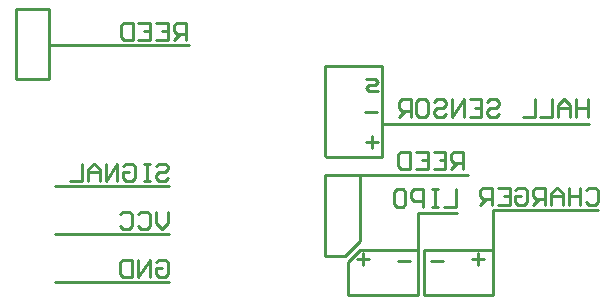
<source format=gbo>
%FSTAX24Y24*%
%MOIN*%
G70*
G01*
G75*
G04 Layer_Color=65535*
%ADD10R,0.0472X0.0217*%
%ADD11R,0.0472X0.0256*%
%ADD12R,0.0315X0.0374*%
%ADD13R,0.0630X0.0492*%
%ADD14R,0.0374X0.0315*%
%ADD15C,0.0197*%
%ADD16O,0.0217X0.0650*%
%ADD17O,0.0650X0.0217*%
%ADD18R,0.0472X0.0472*%
G04:AMPARAMS|DCode=19|XSize=21.7mil|YSize=47.2mil|CornerRadius=0mil|HoleSize=0mil|Usage=FLASHONLY|Rotation=180.000|XOffset=0mil|YOffset=0mil|HoleType=Round|Shape=Octagon|*
%AMOCTAGOND19*
4,1,8,0.0054,-0.0236,-0.0054,-0.0236,-0.0108,-0.0182,-0.0108,0.0182,-0.0054,0.0236,0.0054,0.0236,0.0108,0.0182,0.0108,-0.0182,0.0054,-0.0236,0.0*
%
%ADD19OCTAGOND19*%

%ADD20R,0.0217X0.0472*%
%ADD21R,0.0900X0.2200*%
%ADD22O,0.0394X0.0906*%
%ADD23O,0.0945X0.0236*%
%ADD24R,0.0945X0.0236*%
%ADD25R,0.0551X0.0591*%
%ADD26R,0.0591X0.0551*%
%ADD27R,0.0512X0.0394*%
%ADD28R,0.0709X0.1772*%
%ADD29C,0.0100*%
%ADD30C,0.0787*%
%ADD31C,0.0591*%
%ADD32C,0.0591*%
%ADD33R,0.0591X0.0591*%
%ADD34R,0.0591X0.0591*%
%ADD35C,0.0866*%
%ADD36C,0.0984*%
%ADD37C,0.0320*%
%ADD38C,0.0236*%
%ADD39C,0.0098*%
%ADD40C,0.0079*%
%ADD41C,0.0080*%
%ADD42C,0.0020*%
%ADD43C,0.0040*%
%ADD44R,0.0512X0.0256*%
%ADD45R,0.0552X0.0336*%
%ADD46R,0.0395X0.0454*%
%ADD47R,0.0710X0.0572*%
%ADD48R,0.0454X0.0395*%
%ADD49C,0.0277*%
%ADD50O,0.0297X0.0730*%
%ADD51O,0.0730X0.0297*%
%ADD52R,0.0552X0.0552*%
G04:AMPARAMS|DCode=53|XSize=25.6mil|YSize=51.2mil|CornerRadius=0mil|HoleSize=0mil|Usage=FLASHONLY|Rotation=180.000|XOffset=0mil|YOffset=0mil|HoleType=Round|Shape=Octagon|*
%AMOCTAGOND53*
4,1,8,0.0064,-0.0256,-0.0064,-0.0256,-0.0128,-0.0192,-0.0128,0.0192,-0.0064,0.0256,0.0064,0.0256,0.0128,0.0192,0.0128,-0.0192,0.0064,-0.0256,0.0*
%
%ADD53OCTAGOND53*%

%ADD54R,0.0256X0.0512*%
%ADD55R,0.0980X0.2280*%
%ADD56O,0.0474X0.0986*%
%ADD57O,0.1025X0.0316*%
%ADD58R,0.1025X0.0316*%
%ADD59R,0.0631X0.0671*%
%ADD60R,0.0671X0.0631*%
%ADD61R,0.0592X0.0474*%
%ADD62R,0.0789X0.1852*%
%ADD63C,0.0867*%
%ADD64C,0.0671*%
%ADD65C,0.0671*%
%ADD66R,0.0671X0.0671*%
%ADD67R,0.0671X0.0671*%
%ADD68C,0.0946*%
%ADD69C,0.1064*%
%ADD70C,0.0400*%
D29*
X025072Y029541D02*
X028872D01*
X025072Y027941D02*
X028872D01*
X025072Y026341D02*
X028872D01*
X024874Y034242D02*
X02952D01*
X023772Y035441D02*
X024872D01*
Y033091D02*
Y035441D01*
X023772Y033091D02*
X024872D01*
X023772D02*
Y035441D01*
X034072Y029891D02*
X038822D01*
X034072Y027191D02*
Y029891D01*
Y027191D02*
X034722D01*
X035222Y027691D01*
Y029891D01*
X035972Y031591D02*
X042872D01*
X034072Y033541D02*
X035972D01*
X034072Y030541D02*
Y033541D01*
Y030541D02*
X034122Y030491D01*
X035972D01*
Y033541D01*
X037172Y027391D02*
Y028591D01*
Y028641D02*
X038472D01*
X035222Y027391D02*
X037172D01*
X034822Y026991D02*
X035222Y027391D01*
X034822Y025891D02*
Y026991D01*
Y025891D02*
X037172D01*
Y027391D01*
X039672D02*
Y028741D01*
X043172D01*
X039672Y025891D02*
Y027441D01*
X037372Y027391D02*
X039672D01*
X037372Y025891D02*
Y027391D01*
Y025891D02*
X039672D01*
D39*
X028428Y026983D02*
X028527Y027081D01*
X028724D01*
X028822Y026983D01*
Y026589D01*
X028724Y026491D01*
X028527D01*
X028428Y026589D01*
Y026786D01*
X028625D01*
X028232Y026491D02*
Y027081D01*
X027838Y026491D01*
Y027081D01*
X027641D02*
Y026491D01*
X027346D01*
X027248Y026589D01*
Y026983D01*
X027346Y027081D01*
X027641D01*
X028822Y028681D02*
Y028287D01*
X028625Y028091D01*
X028428Y028287D01*
Y028681D01*
X027838Y028583D02*
X027937Y028681D01*
X028133D01*
X028232Y028583D01*
Y028189D01*
X028133Y028091D01*
X027937D01*
X027838Y028189D01*
X027248Y028583D02*
X027346Y028681D01*
X027543D01*
X027641Y028583D01*
Y028189D01*
X027543Y028091D01*
X027346D01*
X027248Y028189D01*
X028428Y030183D02*
X028527Y030281D01*
X028724D01*
X028822Y030183D01*
Y030084D01*
X028724Y029986D01*
X028527D01*
X028428Y029887D01*
Y029789D01*
X028527Y029691D01*
X028724D01*
X028822Y029789D01*
X028232Y030281D02*
X028035D01*
X028133D01*
Y029691D01*
X028232D01*
X028035D01*
X027346Y030183D02*
X027445Y030281D01*
X027641D01*
X02774Y030183D01*
Y029789D01*
X027641Y029691D01*
X027445D01*
X027346Y029789D01*
Y029986D01*
X027543D01*
X027149Y029691D02*
Y030281D01*
X026756Y029691D01*
Y030281D01*
X026559Y029691D02*
Y030084D01*
X026362Y030281D01*
X026165Y030084D01*
Y029691D01*
Y029986D01*
X026559D01*
X025969Y030281D02*
Y029691D01*
X025575D01*
X042778Y029383D02*
X042877Y029481D01*
X043074D01*
X043172Y029383D01*
Y028989D01*
X043074Y028891D01*
X042877D01*
X042778Y028989D01*
X042582Y029481D02*
Y028891D01*
Y029186D01*
X042188D01*
Y029481D01*
Y028891D01*
X041991D02*
Y029284D01*
X041795Y029481D01*
X041598Y029284D01*
Y028891D01*
Y029186D01*
X041991D01*
X041401Y028891D02*
Y029481D01*
X041106D01*
X041007Y029383D01*
Y029186D01*
X041106Y029087D01*
X041401D01*
X041204D02*
X041007Y028891D01*
X040417Y029383D02*
X040515Y029481D01*
X040712D01*
X040811Y029383D01*
Y028989D01*
X040712Y028891D01*
X040515D01*
X040417Y028989D01*
Y029186D01*
X040614D01*
X039827Y029481D02*
X04022D01*
Y028891D01*
X039827D01*
X04022Y029186D02*
X040023D01*
X03963Y028891D02*
Y029481D01*
X039335D01*
X039236Y029383D01*
Y029186D01*
X039335Y029087D01*
X03963D01*
X039433D02*
X039236Y028891D01*
X038422Y029431D02*
Y028841D01*
X038028D01*
X037832Y029431D02*
X037635D01*
X037733D01*
Y028841D01*
X037832D01*
X037635D01*
X03734D02*
Y029431D01*
X037045D01*
X036946Y029333D01*
Y029136D01*
X037045Y029037D01*
X03734D01*
X036454Y029431D02*
X036651D01*
X036749Y029333D01*
Y028939D01*
X036651Y028841D01*
X036454D01*
X036356Y028939D01*
Y029333D01*
X036454Y029431D01*
X038672Y030091D02*
Y030681D01*
X038377D01*
X038278Y030583D01*
Y030386D01*
X038377Y030287D01*
X038672D01*
X038475D02*
X038278Y030091D01*
X037688Y030681D02*
X038082D01*
Y030091D01*
X037688D01*
X038082Y030386D02*
X037885D01*
X037098Y030681D02*
X037491D01*
Y030091D01*
X037098D01*
X037491Y030386D02*
X037295D01*
X036901Y030681D02*
Y030091D01*
X036606D01*
X036507Y030189D01*
Y030583D01*
X036606Y030681D01*
X036901D01*
X036908Y027045D02*
X036515D01*
X038008D02*
X037615D01*
X035522Y027086D02*
X035128D01*
X035325Y027283D02*
Y026889D01*
X039372Y027086D02*
X038978D01*
X039175Y027283D02*
Y026889D01*
X035822Y030986D02*
X035428D01*
X035625Y031183D02*
Y030789D01*
X035808Y031995D02*
X035415D01*
X035822Y032691D02*
X035527D01*
X035428Y032789D01*
X035527Y032887D01*
X035724D01*
X035822Y032986D01*
X035724Y033084D01*
X035428D01*
X042822Y032431D02*
Y031841D01*
Y032136D01*
X042428D01*
Y032431D01*
Y031841D01*
X042232D02*
Y032234D01*
X042035Y032431D01*
X041838Y032234D01*
Y031841D01*
Y032136D01*
X042232D01*
X041641Y032431D02*
Y031841D01*
X041248D01*
X041051Y032431D02*
Y031841D01*
X040657D01*
X039477Y032333D02*
X039575Y032431D01*
X039772D01*
X03987Y032333D01*
Y032234D01*
X039772Y032136D01*
X039575D01*
X039477Y032037D01*
Y031939D01*
X039575Y031841D01*
X039772D01*
X03987Y031939D01*
X038886Y032431D02*
X03928D01*
Y031841D01*
X038886D01*
X03928Y032136D02*
X039083D01*
X03869Y031841D02*
Y032431D01*
X038296Y031841D01*
Y032431D01*
X037706Y032333D02*
X037804Y032431D01*
X038001D01*
X038099Y032333D01*
Y032234D01*
X038001Y032136D01*
X037804D01*
X037706Y032037D01*
Y031939D01*
X037804Y031841D01*
X038001D01*
X038099Y031939D01*
X037214Y032431D02*
X03741D01*
X037509Y032333D01*
Y031939D01*
X03741Y031841D01*
X037214D01*
X037115Y031939D01*
Y032333D01*
X037214Y032431D01*
X036918Y031841D02*
Y032431D01*
X036623D01*
X036525Y032333D01*
Y032136D01*
X036623Y032037D01*
X036918D01*
X036722D02*
X036525Y031841D01*
X029422Y034391D02*
Y034981D01*
X029127D01*
X029028Y034883D01*
Y034686D01*
X029127Y034587D01*
X029422D01*
X029225D02*
X029028Y034391D01*
X028438Y034981D02*
X028832D01*
Y034391D01*
X028438D01*
X028832Y034686D02*
X028635D01*
X027848Y034981D02*
X028241D01*
Y034391D01*
X027848D01*
X028241Y034686D02*
X028045D01*
X027651Y034981D02*
Y034391D01*
X027356D01*
X027257Y034489D01*
Y034883D01*
X027356Y034981D01*
X027651D01*
M02*

</source>
